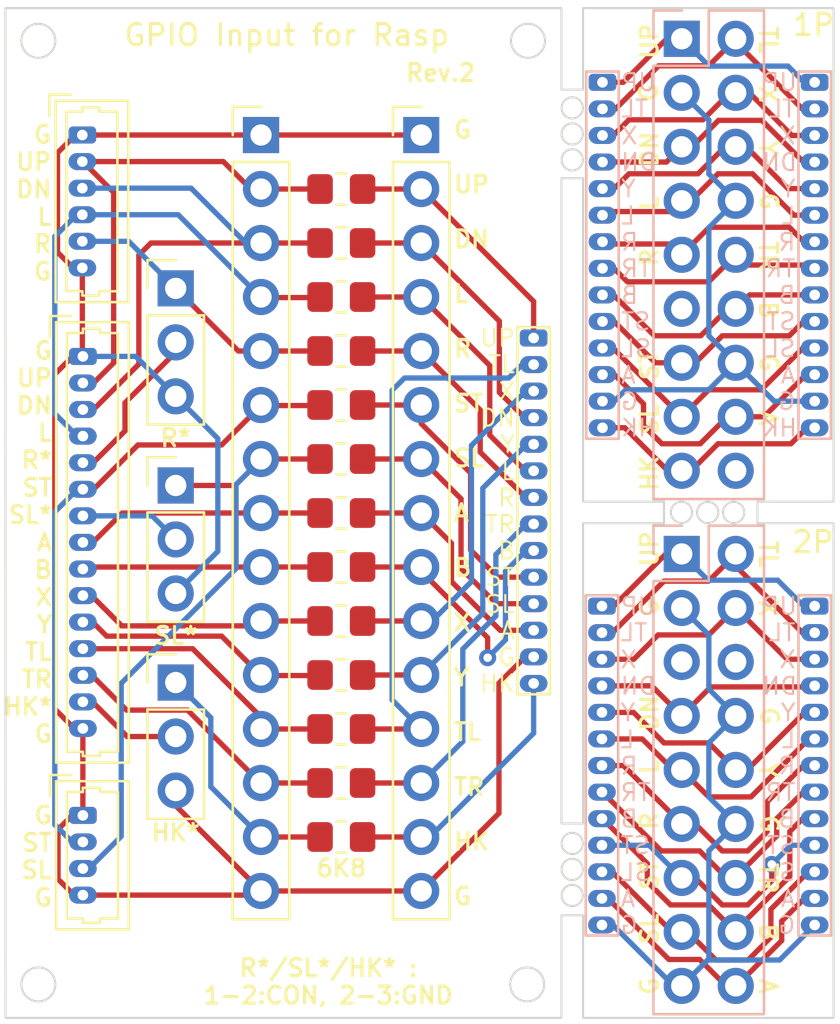
<source format=kicad_pcb>
(kicad_pcb (version 20221018) (generator pcbnew)
  (title_block (title "Raspberry Pie GPIO Input Module") (date "2023-03-26") (rev "2") (company "Amos Home"))
  (layers (0 "F.Cu" signal) (31 "B.Cu" signal) (34 "B.Paste" user) (35 "F.Paste" user) (36 "B.SilkS" user "B.Silkscreen") (37 "F.SilkS" user "F.Silkscreen") (38 "B.Mask" user) (39 "F.Mask" user) (44 "Edge.Cuts" user))
  (net 0 "")
  (net 1 "/GND")
  (net 2 "/UP")
  (net 3 "/DOWN")
  (net 4 "/LEFT")
  (net 5 "/RIGHT")
  (net 6 "/START")
  (net 7 "/SELECT")
  (net 8 "/RIGHT_T")
  (net 9 "/SELECT_T")
  (net 10 "/A")
  (net 11 "/B")
  (net 12 "/X")
  (net 13 "/Y")
  (net 14 "/TL")
  (net 15 "/TR")
  (net 16 "/HK_T")
  (net 17 "/HK")
  (net 18 "/C_UP")
  (net 19 "/C_DOWN")
  (net 20 "/C_LEFT")
  (net 21 "/C_RIGHT")
  (net 22 "/C_START")
  (net 23 "/C_SELECT")
  (net 24 "/C_A")
  (net 25 "/C_B")
  (net 26 "/C_X")
  (net 27 "/C_Y")
  (net 28 "/C_TL")
  (net 29 "/C_TR")
  (net 30 "/C_HK")
  (net 31 "/1P_UP")
  (net 32 "/1P_DOWN")
  (net 33 "/1P_LEFT")
  (net 34 "/1P_RIGHT")
  (net 35 "/1P_START")
  (net 36 "/1P_SELECT")
  (net 37 "/1P_A")
  (net 38 "/1P_B")
  (net 39 "/1P_X")
  (net 40 "/1P_Y")
  (net 41 "/1P_TL")
  (net 42 "/1P_TR")
  (net 43 "/1P_HK")
  (net 44 "/2P_GND")
  (net 45 "/2P_UP")
  (net 46 "/2P_DOWN")
  (net 47 "/2P_LEFT")
  (net 48 "/2P_RIGHT")
  (net 49 "/2P_START")
  (net 50 "/2P_SELECT")
  (net 51 "/2P_A")
  (net 52 "/2P_B")
  (net 53 "/2P_X")
  (net 54 "/2P_Y")
  (net 55 "/2P_TL")
  (net 56 "/2P_TR")
  (net 57 "/1P_GND")
  (footprint "Resistor_SMD:R_0805_2012Metric_Pad1.20x1.40mm_HandSolder" (layer "F.Cu") (at 142.043151 110.9726)
    (fp_text reference "R10" hide)
    (fp_text value "6K8" hide)
  )
  (footprint "Resistor_SMD:R_0805_2012Metric_Pad1.20x1.40mm_HandSolder" (layer "F.Cu") (at 142.043151 116.0526)
    (fp_text reference "R12" hide)
    (fp_text value "6K8" hide)
  )
  (footprint "joystick_gpio_input_library:conn_ex_1x14_P1.25mm_Vertical_Left_Labeled" (layer "F.Cu") (at 151.0912 95.1198 -90)
    (fp_text reference "J5" hide)
    (fp_text value "Conn_01x14" hide)
  )
  (footprint "Resistor_SMD:R_0805_2012Metric_Pad1.20x1.40mm_HandSolder" (layer "F.Cu") (at 142.043151 118.5926)
    (fp_text reference "R13" hide)
    (fp_text value "6K8")
  )
  (footprint "Resistor_SMD:R_0805_2012Metric_Pad1.20x1.40mm_HandSolder" (layer "F.Cu") (at 142.043151 113.5126)
    (fp_text reference "R11" hide)
    (fp_text value "6K8" hide)
  )
  (footprint "Resistor_SMD:R_0805_2012Metric_Pad1.20x1.40mm_HandSolder" (layer "F.Cu") (at 142.043151 95.7326)
    (fp_text reference "R4" hide)
    (fp_text value "6K8" hide)
  )
  (footprint "Resistor_SMD:R_0805_2012Metric_Pad1.20x1.40mm_HandSolder" (layer "F.Cu") (at 142.043151 108.4326)
    (fp_text reference "R9" hide)
    (fp_text value "6K8" hide)
  )
  (footprint "Resistor_SMD:R_0805_2012Metric_Pad1.20x1.40mm_HandSolder" (layer "F.Cu") (at 142.043151 98.2726)
    (fp_text reference "R5" hide)
    (fp_text value "6K8" hide)
  )
  (footprint "Connector_PinHeader_2.54mm:PinHeader_1x03_P2.54mm_Vertical" (layer "F.Cu") (at 134.251 111.3282)
    (fp_text reference "JP3" hide)
    (fp_text value "Conn_01x03" hide)
  )
  (footprint "Resistor_SMD:R_0805_2012Metric_Pad1.20x1.40mm_HandSolder" (layer "F.Cu") (at 142.043151 90.6526)
    (fp_text reference "R2" hide)
    (fp_text value "6K8" hide)
  )
  (footprint "Connector_Molex:Molex_PicoBlade_53047-0610_1x06_P1.25mm_Vertical" (layer "F.Cu") (at 129.8568 85.5726 -90)
    (fp_text reference "J1" hide)
    (fp_text value "Conn_01x06" hide)
  )
  (footprint "Connector_PinHeader_2.54mm:PinHeader_1x15_P2.54mm_Vertical" (layer "F.Cu") (at 138.2642 85.5726)
    (fp_text reference "J12" hide)
    (fp_text value "Conn_01x15" hide)
  )
  (footprint "Resistor_SMD:R_0805_2012Metric_Pad1.20x1.40mm_HandSolder" (layer "F.Cu") (at 142.043151 105.8926)
    (fp_text reference "R8" hide)
    (fp_text value "6K8" hide)
  )
  (footprint "Resistor_SMD:R_0805_2012Metric_Pad1.20x1.40mm_HandSolder" (layer "F.Cu") (at 142.043151 93.1926)
    (fp_text reference "R3" hide)
    (fp_text value "6K8" hide)
  )
  (footprint "Connector_Molex:Molex_PicoBlade_53047-1510_1x15_P1.25mm_Vertical" (layer "F.Cu") (at 129.8822 95.9866 -90)
    (fp_text reference "J3" hide)
    (fp_text value "Conn_01x15" hide)
  )
  (footprint "Connector_PinHeader_2.54mm:PinHeader_1x03_P2.54mm_Vertical" (layer "F.Cu") (at 134.251 92.7862)
    (fp_text reference "JP1" hide)
    (fp_text value "Conn_01x03" hide)
  )
  (footprint "Connector_PinHeader_2.54mm:PinHeader_1x15_P2.54mm_Vertical" (layer "F.Cu") (at 145.802351 85.5726)
    (fp_text reference "J4" hide)
    (fp_text value "Conn_01x15" hide)
  )
  (footprint "Connector_PinHeader_2.54mm:PinHeader_1x03_P2.54mm_Vertical" (layer "F.Cu") (at 134.251 102.0572)
    (fp_text reference "JP2" hide)
    (fp_text value "Conn_01x03" hide)
  )
  (footprint "Connector_Molex:Molex_PicoBlade_53047-0410_1x04_P1.25mm_Vertical" (layer "F.Cu") (at 129.8822 117.5766 -90)
    (fp_text reference "J2" hide)
    (fp_text value "Conn_01x04" hide)
  )
  (footprint "Resistor_SMD:R_0805_2012Metric_Pad1.20x1.40mm_HandSolder" (layer "F.Cu") (at 142.043151 103.3526)
    (fp_text reference "R7" hide)
    (fp_text value "6K8" hide)
  )
  (footprint "Resistor_SMD:R_0805_2012Metric_Pad1.20x1.40mm_HandSolder" (layer "F.Cu") (at 142.043151 100.8126)
    (fp_text reference "R6" hide)
    (fp_text value "6K8" hide)
  )
  (footprint "Resistor_SMD:R_0805_2012Metric_Pad1.20x1.40mm_HandSolder" (layer "F.Cu") (at 142.043151 88.1126)
    (fp_text reference "R1" hide)
    (fp_text value "6K8" hide)
  )
  (footprint "joystick_gpio_input_library:conn_ex_1x13_P1.25mm_Vertical_Right_Labeled" (layer "B.Cu") (at 164.3126 107.7318 -90)
    (fp_text reference "J9" hide)
    (fp_text value "Conn_01x13" hide)
  )
  (footprint "joystick_gpio_input_library:conn_ex_1x13_P1.25mm_Vertical_Left_Labeled" (layer "B.Cu") (at 154.305 107.7318 -90)
    (fp_text reference "J11" hide)
    (fp_text value "Conn_01x13" hide)
  )
  (footprint "Connector_PinSocket_2.54mm:PinSocket_2x09_P2.54mm_Vertical" (layer "B.Cu") (at 158.0592 105.278 180)
    (fp_text reference "J7" hide)
    (fp_text value "Conn_02x09_Odd_Even" hide)
  )
  (footprint "joystick_gpio_input_library:conn_ex_1x14_P1.25mm_Vertical_Right_Labeled" (layer "B.Cu") (at 164.3126 83.0938 -90)
    (fp_text reference "J8" hide)
    (fp_text value "Conn_01x14" hide)
  )
  (footprint "Connector_PinSocket_2.54mm:PinSocket_2x09_P2.54mm_Vertical" (layer "B.Cu") (at 158.0592 81.0464 180)
    (fp_text reference "J6" hide)
    (fp_text value "Conn_02x09_Odd_Even" hide)
  )
  (footprint "joystick_gpio_input_library:conn_ex_1x14_P1.25mm_Vertical_Left_Labeled" (layer "B.Cu") (at 154.3304 83.0938 -90)
    (fp_text reference "J10" hide)
    (fp_text value "Conn_01x14" hide)
  )
  (gr_circle (center 152.908 121.3438) (end 153.408 121.3438) (stroke (width 0.1)) (fill none) (layer "Edge.Cuts"))
  (gr_poly (pts (xy 152.4 83.439) (xy 153.416 83.439) (xy 153.416 79.6036) (xy 165.2016 79.6036) (xy 165.2016 102.8192) (xy 161.6202 102.8192) (xy 161.6202 103.8352) (xy 165.2016 103.8352) (xy 165.2016 127.1016) (xy 153.416 127.1016) (xy 153.416 122.2756) (xy 152.4 122.2756) (xy 152.4 127.1016) (xy 126.241196 127.1016) (xy 126.238 79.6036) (xy 152.4 79.6036)) (stroke (width 0.1)) (fill none) (layer "Edge.Cuts"))
  (gr_circle (center 127.7874 125.5268) (end 128.5874 125.5268) (stroke (width 0.1)) (fill none) (layer "Edge.Cuts"))
  (gr_circle (center 127.7874 81.1404) (end 128.5874 81.1404) (stroke (width 0.1)) (fill none) (layer "Edge.Cuts"))
  (gr_circle (center 160.5026 103.3272) (end 161.0026 103.3272) (stroke (width 0.1)) (fill none) (layer "Edge.Cuts"))
  (gr_circle (center 150.7872 125.5268) (end 151.5872 125.5268) (stroke (width 0.1)) (fill none) (layer "Edge.Cuts"))
  (gr_poly (pts (xy 153.416 102.8192) (xy 157.226 102.8192) (xy 157.226 103.8352) (xy 153.416 103.8352) (xy 153.416 117.9576) (xy 152.4 117.9576) (xy 152.4 87.6046) (xy 153.416 87.6046)) (stroke (width 0.1)) (fill none) (layer "Edge.Cuts"))
  (gr_circle (center 152.908 120.1166) (end 153.408 120.1166) (stroke (width 0.1)) (fill none) (layer "Edge.Cuts"))
  (gr_circle (center 152.908 118.8974) (end 153.408 118.8974) (stroke (width 0.1)) (fill none) (layer "Edge.Cuts"))
  (gr_circle (center 152.908 86.741) (end 153.408 86.741) (stroke (width 0.1)) (fill none) (layer "Edge.Cuts"))
  (gr_circle (center 150.8252 81.1404) (end 151.6252 81.1404) (stroke (width 0.1)) (fill none) (layer "Edge.Cuts"))
  (gr_circle (center 152.908 84.2946) (end 153.408 84.2946) (stroke (width 0.1)) (fill none) (layer "Edge.Cuts"))
  (gr_circle (center 152.908 85.5218) (end 153.408 85.5218) (stroke (width 0.1)) (fill none) (layer "Edge.Cuts"))
  (gr_circle (center 158.0468 103.3222) (end 158.5468 103.3222) (stroke (width 0.1)) (fill none) (layer "Edge.Cuts"))
  (gr_circle (center 159.2794 103.3272) (end 159.7794 103.3272) (stroke (width 0.1)) (fill none) (layer "Edge.Cuts"))
  (gr_text "G" (at 162.1536 88.6918 -90) (layer "F.SilkS") (effects (font (size 0.8 0.8))))
  (gr_text "SL" (at 156.5402 98.9434 90) (layer "F.SilkS") (effects (font (size 0.8 0.8))))
  (gr_text "B" (at 162.1282 123.0734 270) (layer "F.SilkS") (effects (font (size 0.8 0.8))))
  (gr_text "G\nST\nSL\nG" (at 128.5106 119.507) (layer "F.SilkS") (effects (font (size 0.8 0.8)) (justify right)))
  (gr_text "DN" (at 156.5402 112.761 90) (layer "F.SilkS") (effects (font (size 0.8 0.8))))
  (gr_text "1P" (at 164.2618 80.386) (layer "F.SilkS") (effects (font (size 1 1))))
  (gr_text "L" (at 156.5402 115.301 90) (layer "F.SilkS") (effects (font (size 0.8 0.8))))
  (gr_text "R*/SL*/HK* :\n1-2:CON, 2-3:GND" (at 141.433551 125.3998) (layer "F.SilkS") (effects (font (size 0.8 0.8))))
  (gr_text "TL" (at 162.1282 81.1126 270) (layer "F.SilkS") (effects (font (size 0.8 0.8))))
  (gr_text "G" (at 156.5148 83.5864 90) (layer "F.SilkS") (effects (font (size 0.8 0.8))))
  (gr_text "G\nUP\nDN\nL\nR*\nST\nSL*\nA\nB\nX\nY\nTL\nTR\nHK*\nG" (at 128.5204 104.7366) (layer "F.SilkS") (effects (font (size 0.8 0.8)) (justify right)))
  (gr_text "G\nUP\nDN\nL\nR\nG" (at 128.4852 88.773) (layer "F.SilkS") (effects (font (size 0.8 0.8)) (justify right)))
  (gr_text "R" (at 156.5402 117.841 90) (layer "F.SilkS") (effects (font (size 0.8 0.8))))
  (gr_text "Y" (at 162.1282 86.1926 270) (layer "F.SilkS") (effects (font (size 0.8 0.8))))
  (gr_text "UP" (at 156.5402 81.1634 90) (layer "F.SilkS") (effects (font (size 0.8 0.8))))
  (gr_text "G" (at 162.179 112.898 -90) (layer "F.SilkS") (effects (font (size 0.8 0.8))))
  (gr_text "X" (at 162.1282 107.8334 270) (layer "F.SilkS") (effects (font (size 0.8 0.8))))
  (gr_text "A" (at 162.1282 125.6134 270) (layer "F.SilkS") (effects (font (size 0.8 0.8))))
  (gr_text "TR" (at 162.1282 91.2726 270) (layer "F.SilkS") (effects (font (size 0.8 0.8))))
  (gr_text "2P" (at 164.2364 104.7192) (layer "F.SilkS") (effects (font (size 1 1))))
  (gr_text "R*" (at 134.251 99.822) (layer "F.SilkS") (effects (font (size 0.8 0.8))))
  (gr_text "GPIO Input for Rasp" (at 139.4714 80.8736) (layer "F.SilkS") (effects (font (size 1 1))))
  (gr_text "HK" (at 156.5402 101.4834 90) (layer "F.SilkS") (effects (font (size 0.8 0.8))))
  (gr_text "UP" (at 156.5402 105.0356 90) (layer "F.SilkS") (effects (font (size 0.8 0.8))))
  (gr_text "G" (at 156.5402 125.603 90) (layer "F.SilkS") (effects (font (size 0.8 0.8))))
  (gr_text "ST" (at 156.5402 120.381 90) (layer "F.SilkS") (effects (font (size 0.8 0.8))))
  (gr_text "Y" (at 162.1282 115.4534 270) (layer "F.SilkS") (effects (font (size 0.8 0.8))))
  (gr_text "SL" (at 156.5402 122.921 90) (layer "F.SilkS") (effects (font (size 0.8 0.8))))
  (gr_text "DN" (at 156.5402 86.2434 90) (layer "F.SilkS") (effects (font (size 0.8 0.8))))
  (gr_text "A" (at 162.1282 98.8926 270) (layer "F.SilkS") (effects (font (size 0.8 0.8))))
  (gr_text "X" (at 162.1282 83.6526 270) (layer "F.SilkS") (effects (font (size 0.8 0.8))))
  (gr_text "R" (at 156.5402 91.3234 90) (layer "F.SilkS") (effects (font (size 0.8 0.8))))
  (gr_text "HK*" (at 134.251 118.3894) (layer "F.SilkS") (effects (font (size 0.8 0.8))))
  (gr_text "SL*" (at 134.251 109.1238) (layer "F.SilkS") (effects (font (size 0.8 0.8))))
  (gr_text "G" (at 162.179 117.978 -90) (layer "F.SilkS") (effects (font (size 0.8 0.8))))
  (gr_text "G" (at 162.1536 96.2864 -90) (layer "F.SilkS") (effects (font (size 0.8 0.8))))
  (gr_text "Rev.2" (at 146.7104 82.6516) (layer "F.SilkS") (effects (font (size 0.8 0.8))))
  (gr_text "TR" (at 162.1282 120.5334 270) (layer "F.SilkS") (effects (font (size 0.8 0.8))))
  (gr_text "L" (at 156.5402 88.7834 90) (layer "F.SilkS") (effects (font (size 0.8 0.8))))
  (gr_text "G" (at 156.5402 107.818 90) (layer "F.SilkS") (effects (font (size 0.8 0.8))))
  (gr_text "B" (at 162.1282 93.8126 270) (layer "F.SilkS") (effects (font (size 0.8 0.8))))
  (gr_text "ST" (at 156.5402 96.4034 90) (layer "F.SilkS") (effects (font (size 0.8 0.8))))
  (gr_text "TL" (at 162.1282 105.2934 270) (layer "F.SilkS") (effects (font (size 0.8 0.8))))
  (gr_text "G\n\nUP\n\nDN\n\nL\n\nR\n\nST\n\nSL\n\nA\n\nB\n\nX\n\nY\n\nTL\n\nTR\n\nHK\n\nG" (at 147.250151 103.3526) (layer "F.SilkS") (effects (font (size 0.8 0.8)) (justify left)))
  (segment (start 128.6884 86.411701) (end 129.527501 85.5726) (width 0.25) (layer "F.Cu") (net 1))
  (segment (start 145.802351 121.1326) (end 149.459951 117.475) (width 0.25) (layer "F.Cu") (net 1))
  (segment (start 128.5614 96.825701) (end 129.400501 95.9866) (width 0.25) (layer "F.Cu") (net 1))
  (segment (start 129.8568 85.5726) (end 138.2642 85.5726) (width 0.25) (layer "F.Cu") (net 1))
  (segment (start 129.8822 113.4866) (end 129.8822 117.5766) (width 0.25) (layer "F.Cu") (net 1))
  (segment (start 138.290501 121.1326) (end 145.802351 121.1326) (width 0.25) (layer "F.Cu") (net 1))
  (segment (start 134.251 116.4082) (end 134.251 117.1194) (width 0.25) (layer "F.Cu") (net 1))
  (segment (start 129.8568 91.8226) (end 129.425699 91.8226) (width 0.25) (layer "F.Cu") (net 1))
  (segment (start 129.8822 121.3266) (end 129.465699 121.3266) (width 0.25) (layer "F.Cu") (net 1))
  (segment (start 128.7138 118.237901) (end 129.375101 117.5766) (width 0.25) (layer "F.Cu") (net 1))
  (segment (start 128.7138 120.574701) (end 128.7138 118.237901) (width 0.25) (layer "F.Cu") (net 1))
  (segment (start 150.693751 110.1198) (end 151.0912 110.1198) (width 0.25) (layer "F.Cu") (net 1))
  (segment (start 149.459951 117.475) (end 149.459951 111.3536) (width 0.25) (layer "F.Cu") (net 1))
  (segment (start 129.8822 121.3266) (end 138.0702 121.3266) (width 0.25) (layer "F.Cu") (net 1))
  (segment (start 149.459951 111.3536) (end 150.693751 110.1198) (width 0.25) (layer "F.Cu") (net 1))
  (segment (start 129.8822 113.4866) (end 129.474299 113.4866) (width 0.25) (layer "F.Cu") (net 1))
  (segment (start 129.8568 91.8226) (end 129.8568 95.9612) (width 0.25) (layer "F.Cu") (net 1))
  (segment (start 129.400501 95.9866) (end 129.8822 95.9866) (width 0.25) (layer "F.Cu") (net 1))
  (segment (start 138.2642 121.1326) (end 138.290501 121.1326) (width 0.25) (layer "F.Cu") (net 1))
  (segment (start 129.527501 85.5726) (end 129.8568 85.5726) (width 0.25) (layer "F.Cu") (net 1))
  (segment (start 134.251 117.1194) (end 138.2642 121.1326) (width 0.25) (layer "F.Cu") (net 1))
  (segment (start 138.0702 121.3266) (end 138.2642 121.1326) (width 0.25) (layer "F.Cu") (net 1))
  (segment (start 128.6884 91.085301) (end 128.6884 86.411701) (width 0.25) (layer "F.Cu") (net 1))
  (segment (start 129.474299 113.4866) (end 128.5614 112.573701) (width 0.25) (layer "F.Cu") (net 1))
  (segment (start 128.5614 112.573701) (end 128.5614 96.825701) (width 0.25) (layer "F.Cu") (net 1))
  (segment (start 129.8568 95.9612) (end 129.8822 95.9866) (width 0.25) (layer "F.Cu") (net 1))
  (segment (start 129.465699 121.3266) (end 128.7138 120.574701) (width 0.25) (layer "F.Cu") (net 1))
  (segment (start 129.425699 91.8226) (end 128.6884 91.085301) (width 0.25) (layer "F.Cu") (net 1))
  (segment (start 129.375101 117.5766) (end 129.8822 117.5766) (width 0.25) (layer "F.Cu") (net 1))
  (segment (start 145.802351 85.5726) (end 138.2642 85.5726) (width 0.25) (layer "F.Cu") (net 1))
  (segment (start 132.3714 95.9866) (end 134.251 97.8662) (width 0.25) (layer "B.Cu") (net 1))
  (segment (start 134.251 107.1372) (end 136.2322 105.156) (width 0.25) (layer "B.Cu") (net 1))
  (segment (start 136.2322 99.8474) (end 134.251 97.8662) (width 0.25) (layer "B.Cu") (net 1))
  (segment (start 136.2322 105.156) (end 136.2322 99.8474) (width 0.25) (layer "B.Cu") (net 1))
  (segment (start 129.8822 95.9866) (end 132.3714 95.9866) (width 0.25) (layer "B.Cu") (net 1))
  (segment (start 131.33 96.2914) (end 131.33 88.270495) (width 0.25) (layer "F.Cu") (net 2))
  (segment (start 129.8568 86.8226) (end 136.490699 86.8226) (width 0.25) (layer "F.Cu") (net 2))
  (segment (start 141.043151 88.1126) (end 138.2642 88.1126) (width 0.25) (layer "F.Cu") (net 2))
  (segment (start 131.33 88.270495) (end 129.882105 86.8226) (width 0.25) (layer "F.Cu") (net 2))
  (segment (start 136.490699 86.8226) (end 137.780699 88.1126) (width 0.25) (layer "F.Cu") (net 2))
  (segment (start 130.3848 97.2366) (end 131.33 96.2914) (width 0.25) (layer "F.Cu") (net 2))
  (segment (start 129.882105 86.8226) (end 129.8568 86.8226) (width 0.25) (layer "F.Cu") (net 2))
  (segment (start 129.8822 97.2366) (end 130.3848 97.2366) (width 0.25) (layer "F.Cu") (net 2))
  (segment (start 137.780699 88.1126) (end 138.2642 88.1126) (width 0.25) (layer "F.Cu") (net 2))
  (segment (start 133.083501 90.6526) (end 138.2642 90.6526) (width 0.25) (layer "F.Cu") (net 3))
  (segment (start 129.8822 98.4866) (end 130.3794 98.4866) (width 0.25) (layer "F.Cu") (net 3))
  (segment (start 130.3794 98.4866) (end 132.5166 96.3494) (width 0.25) (layer "F.Cu") (net 3))
  (segment (start 132.5166 91.219501) (end 133.083501 90.6526) (width 0.25) (layer "F.Cu") (net 3))
  (segment (start 132.5166 96.3494) (end 132.5166 91.219501) (width 0.25) (layer "F.Cu") (net 3))
  (segment (start 138.2642 90.6526) (end 141.043151 90.6526) (width 0.25) (layer "F.Cu") (net 3))
  (segment (start 137.5784 90.678901) (end 138.2642 90.678901) (width 0.25) (layer "B.Cu") (net 3))
  (segment (start 134.972099 88.0726) (end 137.5784 90.678901) (width 0.25) (layer "B.Cu") (net 3))
  (segment (start 129.8568 88.0726) (end 134.972099 88.0726) (width 0.25) (layer "B.Cu") (net 3))
  (segment (start 141.01685 93.218901) (end 138.290501 93.218901) (width 0.25) (layer "F.Cu") (net 4))
  (segment (start 129.8568 89.3226) (end 134.367899 89.3226) (width 0.25) (layer "B.Cu") (net 4))
  (segment (start 129.8568 89.3226) (end 129.5866 89.3226) (width 0.25) (layer "B.Cu") (net 4))
  (segment (start 128.5614 98.679) (end 129.619 99.7366) (width 0.25) (layer "B.Cu") (net 4))
  (segment (start 128.5614 90.3478) (end 128.5614 98.679) (width 0.25) (layer "B.Cu") (net 4))
  (segment (start 129.619 99.7366) (end 129.8822 99.7366) (width 0.25) (layer "B.Cu") (net 4))
  (segment (start 129.5866 89.3226) (end 128.5614 90.3478) (width 0.25) (layer "B.Cu") (net 4))
  (segment (start 134.367899 89.3226) (end 138.2642 93.218901) (width 0.25) (layer "B.Cu") (net 4))
  (segment (start 141.043151 95.7326) (end 137.1974 95.7326) (width 0.25) (layer "F.Cu") (net 5))
  (segment (start 137.1974 95.7326) (end 134.251 92.7862) (width 0.25) (layer "F.Cu") (net 5))
  (segment (start 132.0374 90.5726) (end 129.8568 90.5726) (width 0.25) (layer "B.Cu") (net 5))
  (segment (start 134.251 92.7862) (end 132.0374 90.5726) (width 0.25) (layer "B.Cu") (net 5))
  (segment (start 141.01685 98.298901) (end 141.043151 98.2726) (width 0.25) (layer "F.Cu") (net 6))
  (segment (start 130.3886 102.2366) (end 132.473 100.1522) (width 0.25) (layer "F.Cu") (net 6))
  (segment (start 136.410901 100.1522) (end 138.2642 98.298901) (width 0.25) (layer "F.Cu") (net 6))
  (segment (start 138.2642 98.298901) (end 141.01685 98.298901) (width 0.25) (layer "F.Cu") (net 6))
  (segment (start 129.8822 102.2366) (end 130.3886 102.2366) (width 0.25) (layer "F.Cu") (net 6))
  (segment (start 132.473001 100.1522) (end 136.410901 100.1522) (width 0.25) (layer "F.Cu") (net 6))
  (segment (start 128.5614 118.0084) (end 129.3796 118.8266) (width 0.25) (layer "B.Cu") (net 6))
  (segment (start 129.3796 118.8266) (end 129.8822 118.8266) (width 0.25) (layer "B.Cu") (net 6))
  (segment (start 128.5614 103.3018) (end 128.5614 118.0084) (width 0.25) (layer "B.Cu") (net 6))
  (segment (start 129.8822 102.2366) (end 129.6266 102.2366) (width 0.25) (layer "B.Cu") (net 6))
  (segment (start 129.6266 102.2366) (end 128.5614 103.3018) (width 0.25) (layer "B.Cu") (net 6))
  (segment (start 134.251 102.0572) (end 137.045901 102.0572) (width 0.25) (layer "F.Cu") (net 7))
  (segment (start 138.290501 100.8126) (end 141.043151 100.8126) (width 0.25) (layer "F.Cu") (net 7))
  (segment (start 137.045901 102.0572) (end 138.290501 100.8126) (width 0.25) (layer "F.Cu") (net 7))
  (segment (start 130.170551 120.0766) (end 131.6856 118.561551) (width 0.25) (layer "B.Cu") (net 7))
  (segment (start 137.0892 105.960701) (end 137.0892 102.013901) (width 0.25) (layer "B.Cu") (net 7))
  (segment (start 137.0892 102.013901) (end 138.2642 100.838901) (width 0.25) (layer "B.Cu") (net 7))
  (segment (start 131.6856 118.561551) (end 131.6856 111.364301) (width 0.25) (layer "B.Cu") (net 7))
  (segment (start 131.6856 111.364301) (end 137.0892 105.960701) (width 0.25) (layer "B.Cu") (net 7))
  (segment (start 129.907505 120.0766) (end 130.170551 120.0766) (width 0.25) (layer "B.Cu") (net 7))
  (segment (start 130.3686 100.9866) (end 129.8822 100.9866) (width 0.25) (layer "F.Cu") (net 8))
  (segment (start 131.8634 99.4918) (end 130.3686 100.9866) (width 0.25) (layer "F.Cu") (net 8))
  (segment (start 134.251 95.7834) (end 131.8634 98.171) (width 0.25) (layer "F.Cu") (net 8))
  (segment (start 131.8634 98.171) (end 131.8634 99.4918) (width 0.25) (layer "F.Cu") (net 8))
  (segment (start 134.251 95.3262) (end 134.251 95.7834) (width 0.25) (layer "F.Cu") (net 8))
  (segment (start 133.1404 103.4866) (end 134.251 104.5972) (width 0.25) (layer "B.Cu") (net 9))
  (segment (start 129.8822 103.4866) (end 133.1404 103.4866) (width 0.25) (layer "B.Cu") (net 9))
  (segment (start 130.3524 104.7366) (end 131.7364 103.3526) (width 0.25) (layer "F.Cu") (net 10))
  (segment (start 129.8822 104.7366) (end 130.3524 104.7366) (width 0.25) (layer "F.Cu") (net 10))
  (segment (start 131.7364 103.3526) (end 141.043151 103.3526) (width 0.25) (layer "F.Cu") (net 10))
  (segment (start 129.975299 105.893501) (end 138.2388 105.893501) (width 0.25) (layer "F.Cu") (net 11))
  (segment (start 129.8822 105.9866) (end 129.975299 105.893501) (width 0.25) (layer "F.Cu") (net 11))
  (segment (start 138.239701 105.8926) (end 141.043151 105.8926) (width 0.25) (layer "F.Cu") (net 11))
  (segment (start 129.9762 105.8926) (end 129.8822 105.9866) (width 0.25) (layer "F.Cu") (net 11))
  (segment (start 138.2388 105.893501) (end 138.239701 105.8926) (width 0.25) (layer "F.Cu") (net 11))
  (segment (start 138.290501 108.4326) (end 141.043151 108.4326) (width 0.25) (layer "F.Cu") (net 12))
  (segment (start 138.061 108.662101) (end 138.290501 108.4326) (width 0.25) (layer "F.Cu") (net 12))
  (segment (start 129.8822 107.2366) (end 130.2864 107.2366) (width 0.25) (layer "F.Cu") (net 12))
  (segment (start 130.2864 107.2366) (end 131.711901 108.662101) (width 0.25) (layer "F.Cu") (net 12))
  (segment (start 131.711901 108.662101) (end 138.061 108.662101) (width 0.25) (layer "F.Cu") (net 12))
  (segment (start 129.8822 108.4866) (end 130.3426 108.4866) (width 0.25) (layer "F.Cu") (net 13))
  (segment (start 136.41 109.144701) (end 138.2642 110.998901) (width 0.25) (layer "F.Cu") (net 13))
  (segment (start 138.2642 110.998901) (end 141.01685 110.998901) (width 0.25) (layer "F.Cu") (net 13))
  (segment (start 130.3426 108.4866) (end 131.000701 109.144701) (width 0.25) (layer "F.Cu") (net 13))
  (segment (start 141.01685 110.998901) (end 141.043151 110.9726) (width 0.25) (layer "F.Cu") (net 13))
  (segment (start 131.000701 109.144701) (end 136.41 109.144701) (width 0.25) (layer "F.Cu") (net 13))
  (segment (start 135.046099 109.7366) (end 138.2642 112.954701) (width 0.25) (layer "F.Cu") (net 14))
  (segment (start 138.2642 113.5126) (end 141.043151 113.5126) (width 0.25) (layer "F.Cu") (net 14))
  (segment (start 129.8822 109.7366) (end 135.046099 109.7366) (width 0.25) (layer "F.Cu") (net 14))
  (segment (start 138.2642 112.954701) (end 138.2642 113.5126) (width 0.25) (layer "F.Cu") (net 14))
  (segment (start 134.808899 112.6236) (end 138.237899 116.0526) (width 0.25) (layer "F.Cu") (net 15))
  (segment (start 131.9396 112.6236) (end 134.808899 112.6236) (width 0.25) (layer "F.Cu") (net 15))
  (segment (start 130.3026 110.9866) (end 131.9396 112.6236) (width 0.25) (layer "F.Cu") (net 15))
  (segment (start 129.8822 110.9866) (end 130.3026 110.9866) (width 0.25) (layer "F.Cu") (net 15))
  (segment (start 138.237899 116.0526) (end 141.043151 116.0526) (width 0.25) (layer "F.Cu") (net 15))
  (segment (start 130.3334 112.2366) (end 129.8822 112.2366) (width 0.25) (layer "F.Cu") (net 16))
  (segment (start 131.965 113.8682) (end 130.3334 112.2366) (width 0.25) (layer "F.Cu") (net 16))
  (segment (start 134.251 113.8682) (end 131.965 113.8682) (width 0.25) (layer "F.Cu") (net 16))
  (segment (start 138.2642 118.5926) (end 141.043151 118.5926) (width 0.25) (layer "F.Cu") (net 17))
  (segment (start 134.251 111.3282) (end 135.902 112.9792) (width 0.25) (layer "B.Cu") (net 17))
  (segment (start 135.902 112.9792) (end 135.902 116.2304) (width 0.25) (layer "B.Cu") (net 17))
  (segment (start 135.902 116.2304) (end 138.2642 118.5926) (width 0.25) (layer "B.Cu") (net 17))
  (segment (start 143.043151 88.1126) (end 145.802351 88.1126) (width 0.25) (layer "F.Cu") (net 18))
  (segment (start 151.0912 93.401449) (end 151.0912 95.1198) (width 0.25) (layer "F.Cu") (net 18))
  (segment (start 145.802351 88.1126) (end 151.0912 93.401449) (width 0.25) (layer "F.Cu") (net 18))
  (segment (start 149.4766 94.326849) (end 149.4766 97.679649) (width 0.25) (layer "F.Cu") (net 19))
  (segment (start 143.043151 90.6526) (end 145.802351 90.6526) (width 0.25) (layer "F.Cu") (net 19))
  (segment (start 149.4766 97.679649) (end 150.666751 98.8698) (width 0.25) (layer "F.Cu") (net 19))
  (segment (start 150.666751 98.8698) (end 151.0912 98.8698) (width 0.25) (layer "F.Cu") (net 19))
  (segment (start 145.802351 90.6526) (end 149.4766 94.326849) (width 0.25) (layer "F.Cu") (net 19))
  (segment (start 145.802351 93.1926) (end 149.0266 96.416849) (width 0.25) (layer "F.Cu") (net 20))
  (segment (start 149.0266 96.416849) (end 149.0266 99.693449) (width 0.25) (layer "F.Cu") (net 20))
  (segment (start 150.702951 101.3698) (end 151.0912 101.3698) (width 0.25) (layer "F.Cu") (net 20))
  (segment (start 143.043151 93.1926) (end 145.802351 93.1926) (width 0.25) (layer "F.Cu") (net 20))
  (segment (start 149.0266 99.693449) (end 150.702951 101.3698) (width 0.25) (layer "F.Cu") (net 20))
  (segment (start 150.708351 102.6198) (end 151.0912 102.6198) (width 0.25) (layer "F.Cu") (net 21))
  (segment (start 148.5766 100.488049) (end 150.708351 102.6198) (width 0.25) (layer "F.Cu") (net 21))
  (segment (start 148.5766 98.506849) (end 148.5766 100.488049) (width 0.25) (layer "F.Cu") (net 21))
  (segment (start 143.043151 95.7326) (end 145.802351 95.7326) (width 0.25) (layer "F.Cu") (net 21))
  (segment (start 145.802351 95.7326) (end 148.5766 98.506849) (width 0.25) (layer "F.Cu") (net 21))
  (segment (start 148.124751 105.0908) (end 149.403751 106.3698) (width 0.25) (layer "F.Cu") (net 22))
  (segment (start 143.043151 98.2726) (end 145.802351 98.2726) (width 0.25) (layer "F.Cu") (net 22))
  (segment (start 145.802351 99.150899) (end 148.124751 101.473299) (width 0.25) (layer "F.Cu") (net 22))
  (segment (start 145.802351 98.2726) (end 145.802351 99.150899) (width 0.25) (layer "F.Cu") (net 22))
  (segment (start 148.124751 101.473299) (end 148.124751 105.0908) (width 0.25) (layer "F.Cu") (net 22))
  (segment (start 149.403751 106.3698) (end 151.0912 106.3698) (width 0.25) (layer "F.Cu") (net 22))
  (segment (start 145.802351 100.8126) (end 147.674751 102.685) (width 0.25) (layer "F.Cu") (net 23))
  (segment (start 149.332951 107.6198) (end 151.0912 107.6198) (width 0.25) (layer "F.Cu") (net 23))
  (segment (start 143.043151 100.8126) (end 145.802351 100.8126) (width 0.25) (layer "F.Cu") (net 23))
  (segment (start 147.674751 102.685) (end 147.674751 105.9616) (width 0.25) (layer "F.Cu") (net 23))
  (segment (start 147.674751 105.9616) (end 149.332951 107.6198) (width 0.25) (layer "F.Cu") (net 23))
  (segment (start 147.224751 106.5784) (end 149.516151 108.8698) (width 0.25) (layer "F.Cu") (net 24))
  (segment (start 145.802351 103.3526) (end 147.224751 104.775) (width 0.25) (layer "F.Cu") (net 24))
  (segment (start 147.224751 104.775) (end 147.224751 106.5784) (width 0.25) (layer "F.Cu") (net 24))
  (segment (start 149.516151 108.8698) (end 151.0912 108.8698) (width 0.25) (layer "F.Cu") (net 24))
  (segment (start 143.043151 103.3526) (end 145.802351 103.3526) (width 0.25) (layer "F.Cu") (net 24))
  (segment (start 143.043151 105.8926) (end 145.802351 105.8926) (width 0.25) (layer "F.Cu") (net 25))
  (segment (start 148.926551 110.1598) (end 148.926551 109.22) (width 0.25) (layer "F.Cu") (net 25))
  (segment (start 145.802351 106.0958) (end 145.802351 105.8926) (width 0.25) (layer "F.Cu") (net 25))
  (segment (start 148.926551 109.22) (end 145.802351 106.0958) (width 0.25) (layer "F.Cu") (net 25))
  (via (at 148.926551 110.1598) (size 0.8) (drill 0.4) (layers "F.Cu" "B.Cu") (net 25))
  (segment (start 148.926551 110.1598) (end 149.764751 109.3216) (width 0.25) (layer "B.Cu") (net 25))
  (segment (start 150.740751 105.1198) (end 151.0912 105.1198) (width 0.25) (layer "B.Cu") (net 25))
  (segment (start 149.764751 109.3216) (end 149.764751 106.0958) (width 0.25) (layer "B.Cu") (net 25))
  (segment (start 149.764751 106.0958) (end 150.740751 105.1198) (width 0.25) (layer "B.Cu") (net 25))
  (segment (start 143.043151 108.4326) (end 145.802351 108.4326) (width 0.25) (layer "F.Cu") (net 26))
  (segment (start 145.802351 108.4326) (end 146.310351 108.4326) (width 0.25) (layer "B.Cu") (net 26))
  (segment (start 148.164551 106.5784) (end 148.164551 100.1776) (width 0.25) (layer "B.Cu") (net 26))
  (segment (start 146.310351 108.4326) (end 148.164551 106.5784) (width 0.25) (layer "B.Cu") (net 26))
  (segment (start 148.164551 100.1776) (end 150.722351 97.6198) (width 0.25) (layer "B.Cu") (net 26))
  (segment (start 150.722351 97.6198) (end 151.0912 97.6198) (width 0.25) (layer "B.Cu") (net 26))
  (segment (start 143.043151 110.9726) (end 145.802351 110.9726) (width 0.25) (layer "F.Cu") (net 27))
  (segment (start 150.762351 100.1198) (end 151.0912 100.1198) (width 0.25) (layer "B.Cu") (net 27))
  (segment (start 148.697951 108.077) (end 148.697951 102.1842) (width 0.25) (layer "B.Cu") (net 27))
  (segment (start 145.802351 110.9726) (end 148.697951 108.077) (width 0.25) (layer "B.Cu") (net 27))
  (segment (start 148.697951 102.1842) (end 150.762351 100.1198) (width 0.25) (layer "B.Cu") (net 27))
  (segment (start 143.043151 113.5126) (end 145.802351 113.5126) (width 0.25) (layer "F.Cu") (net 28))
  (segment (start 145.014951 97.0026) (end 149.917151 97.0026) (width 0.25) (layer "B.Cu") (net 28))
  (segment (start 150.549951 96.3698) (end 151.0912 96.3698) (width 0.25) (layer "B.Cu") (net 28))
  (segment (start 144.430751 97.5868) (end 145.014951 97.0026) (width 0.25) (layer "B.Cu") (net 28))
  (segment (start 149.917151 97.0026) (end 150.549951 96.3698) (width 0.25) (layer "B.Cu") (net 28))
  (segment (start 144.430751 112.141) (end 144.430751 97.5868) (width 0.25) (layer "B.Cu") (net 28))
  (segment (start 145.802351 113.5126) (end 144.430751 112.141) (width 0.25) (layer "B.Cu") (net 28))
  (segment (start 143.043151 116.0526) (end 145.802351 116.0526) (width 0.25) (layer "F.Cu") (net 29))
  (segment (start 149.314751 108.1968) (end 149.314751 105.3012) (width 0.25) (layer "B.Cu") (net 29))
  (segment (start 147.758151 114.0968) (end 147.758151 109.7534) (width 0.25) (layer "B.Cu") (net 29))
  (segment (start 150.746151 103.8698) (end 151.0912 103.8698) (width 0.25) (layer "B.Cu") (net 29))
  (segment (start 149.314751 105.3012) (end 150.746151 103.8698) (width 0.25) (layer "B.Cu") (net 29))
  (segment (start 147.758151 109.7534) (end 149.314751 108.1968) (width 0.25) (layer "B.Cu") (net 29))
  (segment (start 145.802351 116.0526) (end 147.758151 114.0968) (width 0.25) (layer "B.Cu") (net 29))
  (segment (start 143.043151 118.5926) (end 145.802351 118.5926) (width 0.25) (layer "F.Cu") (net 30))
  (segment (start 145.802351 118.5926) (end 146.208751 118.5926) (width 0.25) (layer "B.Cu") (net 30))
  (segment (start 151.0912 113.710151) (end 151.0912 111.3698) (width 0.25) (layer "B.Cu") (net 30))
  (segment (start 146.208751 118.5926) (end 151.0912 113.710151) (width 0.25) (layer "B.Cu") (net 30))
  (segment (start 155.3072 83.0922) (end 157.353 81.0464) (width 0.25) (layer "F.Cu") (net 31))
  (segment (start 157.353 81.0464) (end 158.0592 81.0464) (width 0.25) (layer "F.Cu") (net 31))
  (segment (start 154.3304 83.0922) (end 155.3072 83.0922) (width 0.25) (layer "F.Cu") (net 31))
  (segment (start 159.3446 82.3318) (end 158.0592 81.0464) (width 0.25) (layer "B.Cu") (net 31))
  (segment (start 163.82 83.0938) (end 163.058 82.3318) (width 0.25) (layer "B.Cu") (net 31))
  (segment (start 163.058 82.3318) (end 159.3446 82.3318) (width 0.25) (layer "B.Cu") (net 31))
  (segment (start 164.3126 83.0938) (end 163.82 83.0938) (width 0.25) (layer "B.Cu") (net 31))
  (segment (start 158.0592 86.1264) (end 158.5468 86.1264) (width 0.25) (layer "F.Cu") (net 32))
  (segment (start 157.3418 86.8438) (end 158.0592 86.1264) (width 0.25) (layer "F.Cu") (net 32))
  (segment (start 154.3304 86.8438) (end 157.3418 86.8438) (width 0.25) (layer "F.Cu") (net 32))
  (segment (start 163.7854 86.8438) (end 164.3126 86.8438) (width 0.25) (layer "F.Cu") (net 32))
  (segment (start 159.7914 84.8818) (end 161.8234 84.8818) (width 0.25) (layer "F.Cu") (net 32))
  (segment (start 161.8234 84.8818) (end 163.7854 86.8438) (width 0.25) (layer "F.Cu") (net 32))
  (segment (start 158.5468 86.1264) (end 159.7914 84.8818) (width 0.25) (layer "F.Cu") (net 32))
  (segment (start 158.0592 88.6664) (end 158.496 88.6664) (width 0.25) (layer "F.Cu") (net 33))
  (segment (start 157.5512 89.1744) (end 158.0592 88.6664) (width 0.25) (layer "F.Cu") (net 33))
  (segment (start 163.339 89.3438) (end 164.3126 89.3438) (width 0.25) (layer "F.Cu") (net 33))
  (segment (start 159.766 87.3964) (end 161.3916 87.3964) (width 0.25) (layer "F.Cu") (net 33))
  (segment (start 154.3304 89.3438) (end 154.4998 89.1744) (width 0.25) (layer "F.Cu") (net 33))
  (segment (start 154.4998 89.1744) (end 157.5512 89.1744) (width 0.25) (layer "F.Cu") (net 33))
  (segment (start 161.3916 87.3964) (end 163.339 89.3438) (width 0.25) (layer "F.Cu") (net 33))
  (segment (start 158.496 88.6664) (end 159.766 87.3964) (width 0.25) (layer "F.Cu") (net 33))
  (segment (start 158.0592 91.2064) (end 159.3546 89.911) (width 0.25) (layer "F.Cu") (net 34))
  (segment (start 154.3304 90.5938) (end 154.435 90.6984) (width 0.25) (layer "F.Cu") (net 34))
  (segment (start 157.5512 90.6984) (end 158.0592 91.2064) (width 0.25) (layer "F.Cu") (net 34))
  (segment (start 159.3546 89.911) (end 163.1188 89.911) (width 0.25) (layer "F.Cu") (net 34))
  (segment (start 154.435 90.6984) (end 157.5512 90.6984) (width 0.25) (layer "F.Cu") (net 34))
  (segment (start 163.1188 89.911) (end 163.8016 90.5938) (width 0.25) (layer "F.Cu") (net 34))
  (segment (start 163.8016 90.5938) (end 164.3126 90.5938) (width 0.25) (layer "F.Cu") (net 34))
  (segment (start 163.7914 94.3438) (end 164.3126 94.3438) (width 0.25) (layer "F.Cu") (net 35))
  (segment (start 156.8196 96.2864) (end 158.0592 96.2864) (width 0.25) (layer "F.Cu") (net 35))
  (segment (start 163.1188 95.0164) (end 163.7914 94.3438) (width 0.25) (layer "F.Cu") (net 35))
  (segment (start 154.3304 94.3438) (end 154.877 94.3438) (width 0.25) (layer "F.Cu") (net 35))
  (segment (start 158.0592 96.2864) (end 158.695596 96.2864) (width 0.25) (layer "F.Cu") (net 35))
  (segment (start 159.965596 95.0164) (end 163.1188 95.0164) (width 0.25) (layer "F.Cu") (net 35))
  (segment (start 154.877 94.3438) (end 156.8196 96.2864) (width 0.25) (layer "F.Cu") (net 35))
  (segment (start 158.695596 96.2864) (end 159.965596 95.0164) (width 0.25) (layer "F.Cu") (net 35))
  (segment (start 163.7606 95.5938) (end 164.3126 95.5938) (width 0.25) (layer "F.Cu") (net 36))
  (segment (start 159.3292 97.5564) (end 161.798 97.5564) (width 0.25) (layer "F.Cu") (net 36))
  (segment (start 158.0592 98.8264) (end 159.3292 97.5564) (width 0.25) (layer "F.Cu") (net 36))
  (segment (start 154.8266 95.5938) (end 158.0592 98.8264) (width 0.25) (layer "F.Cu") (net 36))
  (segment (start 161.798 97.5564) (end 163.7606 95.5938) (width 0.25) (layer "F.Cu") (net 36))
  (segment (start 154.3304 95.5938) (end 154.8266 95.5938) (width 0.25) (layer "F.Cu") (net 36))
  (segment (start 160.1978 98.8264) (end 160.5992 98.8264) (width 0.25) (layer "F.Cu") (net 37))
  (segment (start 158.9278 100.0964) (end 160.1978 98.8264) (width 0.25) (layer "F.Cu") (net 37))
  (segment (start 160.5992 98.8264) (end 161.925 98.8264) (width 0.25) (layer "F.Cu") (net 37))
  (segment (start 161.925 98.8264) (end 163.9076 96.8438) (width 0.25) (layer "F.Cu") (net 37))
  (segment (start 156.2608 99.2328) (end 157.1244 100.0964) (width 0.25) (layer "F.Cu") (net 37))
  (segment (start 156.2608 98.2168) (end 156.2608 99.2328) (width 0.25) (layer "F.Cu") (net 37))
  (segment (start 163.9076 96.8438) (end 164.3126 96.8438) (width 0.25) (layer "F.Cu") (net 37))
  (segment (start 154.8878 96.8438) (end 156.2608 98.2168) (width 0.25) (layer "F.Cu") (net 37))
  (segment (start 157.1244 100.0964) (end 158.9278 100.0964) (width 0.25) (layer "F.Cu") (net 37))
  (segment (start 154.3304 96.8438) (end 154.8878 96.8438) (width 0.25) (layer "F.Cu") (net 37))
  (segment (start 160.5992 93.7464) (end 161.2518 93.0938) (width 0.25) (layer "F.Cu") (net 38))
  (segment (start 161.2518 93.0938) (end 164.3126 93.0938) (width 0.25) (layer "F.Cu") (net 38))
  (segment (start 154.8462 93.0938) (end 155.6462 93.8938) (width 0.25) (layer "F.Cu") (net 38))
  (segment (start 160.2232 93.7464) (end 160.5992 93.7464) (width 0.25) (layer "F.Cu") (net 38))
  (segment (start 156.770196 95.0164) (end 158.9532 95.0164) (width 0.25) (layer "F.Cu") (net 38))
  (segment (start 155.647596 93.8938) (end 156.770196 95.0164) (width 0.25) (layer "F.Cu") (net 38))
  (segment (start 158.9532 95.0164) (end 160.2232 93.7464) (width 0.25) (layer "F.Cu") (net 38))
  (segment (start 154.3304 93.0938) (end 154.8462 93.0938) (width 0.25) (layer "F.Cu") (net 38))
  (segment (start 155.6462 93.8938) (end 155.647596 93.8938) (width 0.25) (layer "F.Cu") (net 38))
  (segment (start 161.2392 83.5864) (end 163.2466 85.5938) (width 0.25) (layer "F.Cu") (net 39))
  (segment (start 155.575 84.8564) (end 159.0548 84.8564) (width 0.25) (layer "F.Cu") (net 39))
  (segment (start 154.8376 85.5938) (end 155.575 84.8564) (width 0.25) (layer "F.Cu") (net 39))
  (segment (start 159.0548 84.8564) (end 160.3248 83.5864) (width 0.25) (layer "F.Cu") (net 39))
  (segment (start 154.3304 85.5938) (end 154.8376 85.5938) (width 0.25) (layer "F.Cu") (net 39))
  (segment (start 160.3248 83.5864) (end 160.5992 83.5864) (width 0.25) (layer "F.Cu") (net 39))
  (segment (start 163.2466 85.5938) (end 164.3126 85.5938) (width 0.25) (layer "F.Cu") (net 39))
  (segment (start 160.5992 83.5864) (end 161.2392 83.5864) (width 0.25) (layer "F.Cu") (net 39))
  (segment (start 160.0962 86.1264) (end 160.5992 86.1264) (width 0.25) (layer "F.Cu") (net 40))
  (segment (start 160.5992 86.1264) (end 161.0868 86.1264) (width 0.25) (layer "F.Cu") (net 40))
  (segment (start 154.3304 88.0938) (end 154.8776 88.0938) (width 0.25) (layer "F.Cu") (net 40))
  (segment (start 158.8262 87.3964) (end 160.0962 86.1264) (width 0.25) (layer "F.Cu") (net 40))
  (segment (start 155.575 87.3964) (end 158.8262 87.3964) (width 0.25) (layer "F.Cu") (net 40))
  (segment (start 163.0542 88.0938) (end 164.3126 88.0938) (width 0.25) (layer "F.Cu") (net 40))
  (segment (start 154.8776 88.0938) (end 155.575 87.3964) (width 0.25) (layer "F.Cu") (net 40))
  (segment (start 161.0868 86.1264) (end 163.0542 88.0938) (width 0.25) (layer "F.Cu") (net 40))
  (segment (start 154.3304 84.3422) (end 154.9462 84.3422) (width 0.25) (layer "F.Cu") (net 41))
  (segment (start 154.9462 84.3422) (end 156.972 82.3164) (width 0.25) (layer "F.Cu") (net 41))
  (segment (start 163.7338 84.3438) (end 160.5992 81.2092) (width 0.25) (layer "F.Cu") (net 41))
  (segment (start 159.3292 82.3164) (end 160.5992 81.0464) (width 0.25) (layer "F.Cu") (net 41))
  (segment (start 164.3126 84.3438) (end 163.7338 84.3438) (width 0.25) (layer "F.Cu") (net 41))
  (segment (start 156.972 82.3164) (end 159.3292 82.3164) (width 0.25) (layer "F.Cu") (net 41))
  (segment (start 160.5992 81.2092) (end 160.5992 81.0464) (width 0.25) (layer "F.Cu") (net 41))
  (segment (start 159.3292 92.4764) (end 160.5992 91.2064) (width 0.25) (layer "F.Cu") (net 42))
  (segment (start 160.5992 91.2064) (end 161.0818 91.689) (width 0.25) (layer "F.Cu") (net 42))
  (segment (start 161.0818 91.689) (end 164.1578 91.689) (width 0.25) (layer "F.Cu") (net 42))
  (segment (start 154.3304 91.8438) (end 154.8662 91.8438) (width 0.25) (layer "F.Cu") (net 42))
  (segment (start 154.8662 91.8438) (end 155.4988 92.4764) (width 0.25) (layer "F.Cu") (net 42))
  (segment (start 164.1578 91.689) (end 164.3126 91.8438) (width 0.25) (layer "F.Cu") (net 42))
  (segment (start 155.4988 92.4764) (end 159.3292 92.4764) (width 0.25) (layer "F.Cu") (net 42))
  (segment (start 163.9476 99.3438) (end 163.195 100.0964) (width 0.25) (layer "F.Cu") (net 43))
  (segment (start 163.195 100.0964) (end 159.766 100.0964) (width 0.25) (layer "F.Cu") (net 43))
  (segment (start 158.496 101.3664) (end 158.0592 101.3664) (width 0.25) (layer "F.Cu") (net 43))
  (segment (start 159.766 100.0964) (end 158.496 101.3664) (width 0.25) (layer "F.Cu") (net 43))
  (segment (start 157.4038 101.3664) (end 158.0592 101.3664) (width 0.25) (layer "F.Cu") (net 43))
  (segment (start 164.3126 99.3438) (end 163.9476 99.3438) (width 0.25) (layer "F.Cu") (net 43))
  (segment (start 155.3796 99.3422) (end 157.4038 101.3664) (width 0.25) (layer "F.Cu") (net 43))
  (segment (start 154.3304 99.3422) (end 155.3796 99.3422) (width 0.25) (layer "F.Cu") (net 43))
  (segment (start 158.0592 125.598) (end 157.6832 125.598) (width 0.25) (layer "B.Cu") (net 44))
  (segment (start 159.3342 111.633) (end 160.5992 112.898) (width 0.25) (layer "B.Cu") (net 44))
  (segment (start 160.5992 112.898) (end 159.3342 114.163) (width 0.25) (layer "B.Cu") (net 44))
  (segment (start 159.3342 114.163) (end 159.3342 116.713) (width 0.25) (layer "B.Cu") (net 44))
  (segment (start 159.2784 124.3788) (end 162.6656 124.3788) (width 0.25) (layer "B.Cu") (net 44))
  (segment (start 158.0592 125.598) (end 159.2784 124.3788) (width 0.25) (layer "B.Cu") (net 44))
  (segment (start 159.3342 116.713) (end 160.5992 117.978) (width 0.25) (layer "B.Cu") (net 44))
  (segment (start 157.6832 125.598) (end 154.817 122.7318) (width 0.25) (layer "B.Cu") (net 44))
  (segment (start 159.3342 119.243) (end 159.3342 124.323) (width 0.25) (layer "B.Cu") (net 44))
  (segment (start 160.5992 117.978) (end 159.3342 119.243) (width 0.25) (layer "B.Cu") (net 44))
  (segment (start 159.3342 109.093) (end 159.3342 111.633) (width 0.25) (layer "B.Cu") (net 44))
  (segment (start 158.0592 107.818) (end 159.3342 109.093) (width 0.25) (layer "B.Cu") (net 44))
  (segment (start 162.6656 124.3788) (end 164.3126 122.7318) (width 0.25) (layer "B.Cu") (net 44))
  (segment (start 159.3342 124.323) (end 158.0592 125.598) (width 0.25) (layer "B.Cu") (net 44))
  (segment (start 154.817 122.7318) (end 154.305 122.7318) (width 0.25) (layer "B.Cu") (net 44))
  (segment (start 154.8524 107.7356) (end 157.31 105.278) (width 0.25) (layer "F.Cu") (net 45))
  (segment (start 157.31 105.278) (end 158.0592 105.278) (width 0.25) (layer "F.Cu") (net 45))
  (segment (start 154.305 107.7356) (end 154.8524 107.7356) (width 0.25) (layer "F.Cu") (net 45))
  (segment (start 163.7946 107.7318) (end 162.5754 106.5126) (width 0.25) (layer "B.Cu") (net 45))
  (segment (start 164.3126 107.7318) (end 163.7946 107.7318) (width 0.25) (layer "B.Cu") (net 45))
  (segment (start 162.5754 106.5126) (end 159.2938 106.5126) (width 0.25) (layer "B.Cu") (net 45))
  (segment (start 159.2938 106.5126) (end 158.0592 105.278) (width 0.25) (layer "B.Cu") (net 45))
  (segment (start 156.643 111.4818) (end 158.0592 112.898) (width 0.25) (layer "F.Cu") (net 46))
  (segment (start 164.3126 111.4818) (end 164.2614 111.533) (width 0.25) (layer "F.Cu") (net 46))
  (segment (start 154.305 111.4818) (end 156.643 111.4818) (width 0.25) (layer "F.Cu") (net 46))
  (segment (start 159.4242 111.533) (end 158.0592 112.898) (width 0.25) (layer "F.Cu") (net 46))
  (segment (start 164.2614 111.533) (end 159.4242 111.533) (width 0.25) (layer "F.Cu") (net 46))
  (segment (start 154.305 113.9818) (end 156.2016 113.9818) (width 0.25) (layer "F.Cu") (net 47))
  (segment (start 161.3154 116.708) (end 159.3292 116.708) (width 0.25) (layer "F.Cu") (net 47))
  (segment (start 157.6578 115.438) (end 158.0592 115.438) (width 0.25) (layer "F.Cu") (net 47))
  (segment (start 156.2016 113.9818) (end 157.6578 115.438) (width 0.25) (layer "F.Cu") (net 47))
  (segment (start 164.0416 113.9818) (end 161.3154 116.708) (width 0.25) (layer "F.Cu") (net 47))
  (segment (start 164.3126 113.9818) (end 164.0416 113.9818) (width 0.25) (layer "F.Cu") (net 47))
  (segment (start 159.3292 116.708) (end 158.0592 115.438) (width 0.25) (layer "F.Cu") (net 47))
  (segment (start 154.305 115.2318) (end 155.313 115.2318) (width 0.25) (layer "F.Cu") (net 48))
  (segment (start 162.0774 118.3336) (end 161.163 119.248) (width 0.25) (layer "F.Cu") (net 48))
  (segment (start 155.313 115.2318) (end 158.0592 117.978) (width 0.25) (layer "F.Cu") (net 48))
  (segment (start 163.7822 115.2318) (end 162.0774 116.9366) (width 0.25) (layer "F.Cu") (net 48))
  (segment (start 159.965596 119.248) (end 158.695596 117.978) (width 0.25) (layer "F.Cu") (net 48))
  (segment (start 161.163 119.248) (end 159.965596 119.248) (width 0.25) (layer "F.Cu") (net 48))
  (segment (start 158.695596 117.978) (end 158.0592 117.978) (width 0.25) (layer "F.Cu") (net 48))
  (segment (start 162.0774 116.9366) (end 162.0774 118.3336) (width 0.25) (layer "F.Cu") (net 48))
  (segment (start 164.3126 115.2318) (end 163.7822 115.2318) (width 0.25) (layer "F.Cu") (net 48))
  (segment (start 162.2927 119.883) (end 162.2927 120.656904) (width 0.25) (layer "F.Cu") (net 49))
  (segment (start 161.161604 121.788) (end 159.965596 121.788) (width 0.25) (layer "F.Cu") (net 49))
  (segment (start 159.965596 121.788) (end 158.695596 120.518) (width 0.25) (layer "F.Cu") (net 49))
  (segment (start 158.695596 120.518) (end 158.0592 120.518) (width 0.25) (layer "F.Cu") (net 49))
  (segment (start 162.2927 120.656904) (end 161.161604 121.788) (width 0.25) (layer "F.Cu") (net 49))
  (via (at 162.2927 119.883) (size 0.8) (drill 0.4) (layers "F.Cu" "B.Cu") (net 49))
  (segment (start 163.1939 118.9818) (end 164.3126 118.9818) (width 0.25) (layer "B.Cu") (net 49))
  (segment (start 156.523 118.9818) (end 158.0592 120.518) (width 0.25) (layer "B.Cu") (net 49))
  (segment (start 162.2927 119.883) (end 163.1939 118.9818) (width 0.25) (layer "B.Cu") (net 49))
  (segment (start 154.305 118.9818) (end 156.523 118.9818) (width 0.25) (layer "B.Cu") (net 49))
  (segment (start 157.607 123.058) (end 158.0592 123.058) (width 0.25) (layer "F.Cu") (net 50))
  (segment (start 161.182004 124.3788) (end 159.6644 124.3788) (width 0.25) (layer "F.Cu") (net 50))
  (segment (start 154.305 120.2318) (end 154.7808 120.2318) (width 0.25) (layer "F.Cu") (net 50))
  (segment (start 158.3436 123.058) (end 158.0592 123.058) (width 0.25) (layer "F.Cu") (net 50))
  (segment (start 159.6644 124.3788) (end 158.3436 123.058) (width 0.25) (layer "F.Cu") (net 50))
  (segment (start 162.2552 121.9912) (end 162.2552 123.305604) (width 0.25) (layer "F.Cu") (net 50))
  (segment (start 154.7808 120.2318) (end 157.607 123.058) (width 0.25) (layer "F.Cu") (net 50))
  (segment (start 164.3126 120.2318) (end 164.0146 120.2318) (width 0.25) (layer "F.Cu") (net 50))
  (segment (start 164.0146 120.2318) (end 162.2552 121.9912) (width 0.25) (layer "F.Cu") (net 50))
  (segment (start 162.2552 123.305604) (end 161.182004 124.3788) (width 0.25) (layer "F.Cu") (net 50))
  (segment (start 160.147 125.598) (end 160.5992 125.598) (width 0.25) (layer "F.Cu") (net 51))
  (segment (start 164.3126 121.4818) (end 163.8314 121.4818) (width 0.25) (layer "F.Cu") (net 51))
  (segment (start 162.7632 122.55) (end 162.7632 123.4644) (width 0.25) (layer "F.Cu") (net 51))
  (segment (start 163.8314 121.4818) (end 162.7632 122.55) (width 0.25) (layer "F.Cu") (net 51))
  (segment (start 157.4546 124.3534) (end 158.9024 124.3534) (width 0.25) (layer "F.Cu") (net 51))
  (segment (start 162.7632 123.4644) (end 160.6296 125.598) (width 0.25) (layer "F.Cu") (net 51))
  (segment (start 158.9024 124.3534) (end 160.147 125.598) (width 0.25) (layer "F.Cu") (net 51))
  (segment (start 154.583 121.4818) (end 157.4546 124.3534) (width 0.25) (layer "F.Cu") (net 51))
  (segment (start 154.305 121.4818) (end 154.583 121.4818) (width 0.25) (layer "F.Cu") (net 51))
  (segment (start 160.6296 125.598) (end 160.5992 125.598) (width 0.25) (layer "F.Cu") (net 51))
  (segment (start 156.4386 120.6958) (end 157.5308 121.788) (width 0.25) (layer "F.Cu") (net 52))
  (segment (start 157.5308 121.788) (end 159.3292 121.788) (width 0.25) (layer "F.Cu") (net 52))
  (segment (start 163.1442 118.3336) (end 163.1442 120.4418) (width 0.25) (layer "F.Cu") (net 52))
  (segment (start 156.4386 119.840095) (end 156.4386 120.6958) (width 0.25) (layer "F.Cu") (net 52))
  (segment (start 163.746 117.7318) (end 163.1442 118.3336) (width 0.25) (layer "F.Cu") (net 52))
  (segment (start 164.3126 117.7318) (end 163.746 117.7318) (width 0.25) (layer "F.Cu") (net 52))
  (segment (start 154.330305 117.7318) (end 156.4386 119.840095) (width 0.25) (layer "F.Cu") (net 52))
  (segment (start 163.1442 120.4418) (end 160.5992 122.9868) (width 0.25) (layer "F.Cu") (net 52))
  (segment (start 159.3292 121.788) (end 160.5992 123.058) (width 0.25) (layer "F.Cu") (net 52))
  (segment (start 160.5992 122.9868) (end 160.5992 123.058) (width 0.25) (layer "F.Cu") (net 52))
  (segment (start 154.305 117.7318) (end 154.330305 117.7318) (width 0.25) (layer "F.Cu") (net 52))
  (segment (start 155.8028 110.2318) (end 156.9466 109.088) (width 0.25) (layer "F.Cu") (net 53))
  (segment (start 159.3292 109.088) (end 160.5992 107.818) (width 0.25) (layer "F.Cu") (net 53))
  (segment (start 163.013 110.2318) (end 160.5992 107.818) (width 0.25) (layer "F.Cu") (net 53))
  (segment (start 154.305 110.2318) (end 155.8028 110.2318) (width 0.25) (layer "F.Cu") (net 53))
  (segment (start 164.3126 110.2318) (end 163.013 110.2318) (width 0.25) (layer "F.Cu") (net 53))
  (segment (start 156.9466 109.088) (end 159.3292 109.088) (width 0.25) (layer "F.Cu") (net 53))
  (segment (start 161.1376 115.438) (end 160.5992 115.438) (width 0.25) (layer "F.Cu") (net 54))
  (segment (start 163.8438 112.7318) (end 161.1376 115.438) (width 0.25) (layer "F.Cu") (net 54))
  (segment (start 155.7898 112.7318) (end 157.226 114.168) (width 0.25) (layer "F.Cu") (net 54))
  (segment (start 159.3292 114.168) (end 160.5992 115.438) (width 0.25) (layer "F.Cu") (net 54))
  (segment (start 164.3126 112.7318) (end 163.8438 112.7318) (width 0.25) (layer "F.Cu") (net 54))
  (segment (start 154.305 112.7318) (end 155.7898 112.7318) (width 0.25) (layer "F.Cu") (net 54))
  (segment (start 157.226 114.168) (end 159.3292 114.168) (width 0.25) (layer "F.Cu") (net 54))
  (segment (start 163.7338 108.9818) (end 160.5992 105.8472) (width 0.25) (layer "F.Cu") (net 55))
  (segment (start 157.226 106.5558) (end 159.3214 106.5558) (width 0.25) (layer "F.Cu") (net 55))
  (segment (start 154.305 108.9856) (end 154.7962 108.9856) (width 0.25) (layer "F.Cu") (net 55))
  (segment (start 160.5992 105.8472) (end 160.5992 105.278) (width 0.25) (layer "F.Cu") (net 55))
  (segment (start 159.3214 106.5558) (end 160.5992 105.278) (width 0.25) (layer "F.Cu") (net 55))
  (segment (start 154.7962 108.9856) (end 157.226 106.5558) (width 0.25) (layer "F.Cu") (net 55))
  (segment (start 164.3126 108.9818) (end 163.7338 108.9818) (width 0.25) (layer "F.Cu") (net 55))
  (segment (start 154.305 116.4818) (end 154.330305 116.4818) (width 0.25) (layer "F.Cu") (net 56))
  (segment (start 157.096505 119.248) (end 158.9024 119.248) (width 0.25) (layer "F.Cu") (net 56))
  (segment (start 163.7768 116.4818) (end 162.5274 117.7312) (width 0.25) (layer "F.Cu") (net 56))
  (segment (start 154.330305 116.4818) (end 157.096505 119.248) (width 0.25) (layer "F.Cu") (net 56))
  (segment (start 164.3126 116.4818) (end 163.7768 116.4818) (width 0.25) (layer "F.Cu") (net 56))
  (segment (start 158.9024 119.248) (end 160.1724 120.518) (width 0.25) (layer "F.Cu") (net 56))
  (segment (start 160.1724 120.518) (end 160.5992 120.518) (width 0.25) (layer "F.Cu") (net 56))
  (segment (start 160.5992 120.4722) (end 160.5992 120.518) (width 0.25) (layer "F.Cu") (net 56))
  (segment (start 162.5274 117.7312) (end 162.5274 118.544) (width 0.25) (layer "F.Cu") (net 56))
  (segment (start 162.5274 118.544) (end 160.5992 120.4722) (width 0.25) (layer "F.Cu") (net 56))
  (segment (start 162.4066 98.0938) (end 164.3126 98.0938) (width 0.25) (layer "B.Cu") (net 57))
  (segment (start 158.0592 83.5864) (end 159.3342 84.8614) (width 0.25) (layer "B.Cu") (net 57))
  (segment (start 159.3292 97.5564) (end 160.5992 96.2864) (width 0.25) (layer "B.Cu") (net 57))
  (segment (start 160.5992 96.2864) (end 162.4066 98.0938) (width 0.25) (layer "B.Cu") (net 57))
  (segment (start 159.3342 84.8614) (end 159.3342 87.4014) (width 0.25) (layer "B.Cu") (net 57))
  (segment (start 154.3304 98.0938) (end 154.8852 98.0938) (width 0.25) (layer "B.Cu") (net 57))
  (segment (start 154.8852 98.0938) (end 155.4226 97.5564) (width 0.25) (layer "B.Cu") (net 57))
  (segment (start 159.3342 95.0214) (end 160.5992 96.2864) (width 0.25) (layer "B.Cu") (net 57))
  (segment (start 159.3342 89.9314) (end 159.3342 95.0214) (width 0.25) (layer "B.Cu") (net 57))
  (segment (start 155.4226 97.5564) (end 159.3292 97.5564) (width 0.25) (layer "B.Cu") (net 57))
  (segment (start 160.5992 88.6664) (end 159.3342 89.9314) (width 0.25) (layer "B.Cu") (net 57))
  (segment (start 159.3342 87.4014) (end 160.5992 88.6664) (width 0.25) (layer "B.Cu") (net 57))
)
</source>
